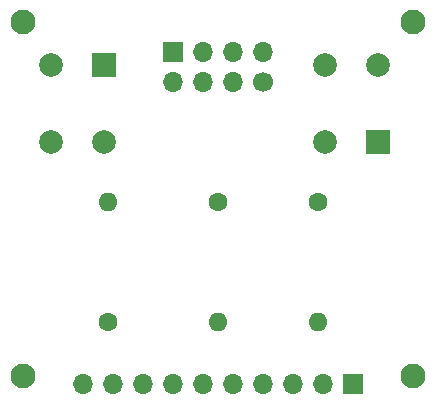
<source format=gbr>
%TF.GenerationSoftware,KiCad,Pcbnew,6.0.4-6f826c9f35~116~ubuntu21.10.1*%
%TF.CreationDate,2022-07-26T13:19:51-06:00*%
%TF.ProjectId,Flipper_DeAuther_2,466c6970-7065-4725-9f44-654175746865,rev?*%
%TF.SameCoordinates,Original*%
%TF.FileFunction,Soldermask,Top*%
%TF.FilePolarity,Negative*%
%FSLAX46Y46*%
G04 Gerber Fmt 4.6, Leading zero omitted, Abs format (unit mm)*
G04 Created by KiCad (PCBNEW 6.0.4-6f826c9f35~116~ubuntu21.10.1) date 2022-07-26 13:19:51*
%MOMM*%
%LPD*%
G01*
G04 APERTURE LIST*
%ADD10C,2.000000*%
%ADD11R,2.000000X2.000000*%
%ADD12C,1.600000*%
%ADD13O,1.600000X1.600000*%
%ADD14C,2.100000*%
%ADD15C,1.700000*%
%ADD16O,1.700000X1.700000*%
%ADD17R,1.700000X1.700000*%
G04 APERTURE END LIST*
D10*
%TO.C,Flash_SW1*%
X129830000Y-88898800D03*
X129830000Y-82398800D03*
X134330000Y-88898800D03*
D11*
X134330000Y-82398800D03*
%TD*%
D10*
%TO.C,Reset_SW1*%
X152980000Y-88898800D03*
X152980000Y-82398800D03*
D11*
X157480000Y-88898800D03*
D10*
X157480000Y-82398800D03*
%TD*%
D12*
%TO.C,CH_EN_R1*%
X143946807Y-93980000D03*
D13*
X143946807Y-104140000D03*
%TD*%
D14*
%TO.C,H3*%
X160451807Y-108711999D03*
%TD*%
D12*
%TO.C,Flash_R1*%
X134620000Y-104140000D03*
D13*
X134620000Y-93980000D03*
%TD*%
D15*
%TO.C,ESP-01*%
X147741807Y-83820000D03*
D16*
X147741807Y-81280000D03*
X145201807Y-83820000D03*
X145201807Y-81280000D03*
X142661807Y-83820000D03*
X142661807Y-81280000D03*
X140121807Y-83820000D03*
D17*
X140121807Y-81280000D03*
%TD*%
D14*
%TO.C,H2*%
X160464509Y-78740000D03*
%TD*%
D17*
%TO.C,Flipper_GPIO1*%
X155371807Y-109416999D03*
D16*
X152831807Y-109416999D03*
X150291807Y-109416999D03*
X147751807Y-109416999D03*
X145211807Y-109416999D03*
X142671807Y-109416999D03*
X140131807Y-109416999D03*
X137591807Y-109416999D03*
X135051807Y-109416999D03*
X132511807Y-109416999D03*
%TD*%
D14*
%TO.C,H1*%
X127444509Y-78740000D03*
%TD*%
D12*
%TO.C,Reset_R1*%
X152400000Y-93980000D03*
D13*
X152400000Y-104140000D03*
%TD*%
D14*
%TO.C,H4*%
X127431807Y-108711999D03*
%TD*%
M02*

</source>
